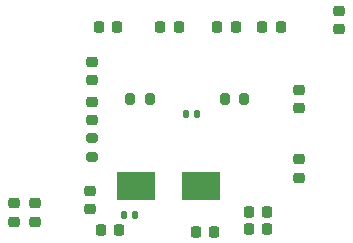
<source format=gbr>
%TF.GenerationSoftware,KiCad,Pcbnew,(5.99.0-10369-gb59bf064b4)*%
%TF.CreationDate,2021-07-27T07:29:01+02:00*%
%TF.ProjectId,stm32h7,73746d33-3268-4372-9e6b-696361645f70,rev?*%
%TF.SameCoordinates,Original*%
%TF.FileFunction,Paste,Bot*%
%TF.FilePolarity,Positive*%
%FSLAX46Y46*%
G04 Gerber Fmt 4.6, Leading zero omitted, Abs format (unit mm)*
G04 Created by KiCad (PCBNEW (5.99.0-10369-gb59bf064b4)) date 2021-07-27 07:29:01*
%MOMM*%
%LPD*%
G01*
G04 APERTURE LIST*
G04 Aperture macros list*
%AMRoundRect*
0 Rectangle with rounded corners*
0 $1 Rounding radius*
0 $2 $3 $4 $5 $6 $7 $8 $9 X,Y pos of 4 corners*
0 Add a 4 corners polygon primitive as box body*
4,1,4,$2,$3,$4,$5,$6,$7,$8,$9,$2,$3,0*
0 Add four circle primitives for the rounded corners*
1,1,$1+$1,$2,$3*
1,1,$1+$1,$4,$5*
1,1,$1+$1,$6,$7*
1,1,$1+$1,$8,$9*
0 Add four rect primitives between the rounded corners*
20,1,$1+$1,$2,$3,$4,$5,0*
20,1,$1+$1,$4,$5,$6,$7,0*
20,1,$1+$1,$6,$7,$8,$9,0*
20,1,$1+$1,$8,$9,$2,$3,0*%
G04 Aperture macros list end*
%ADD10RoundRect,0.200000X0.200000X0.275000X-0.200000X0.275000X-0.200000X-0.275000X0.200000X-0.275000X0*%
%ADD11RoundRect,0.225000X-0.225000X-0.250000X0.225000X-0.250000X0.225000X0.250000X-0.225000X0.250000X0*%
%ADD12RoundRect,0.225000X0.250000X-0.225000X0.250000X0.225000X-0.250000X0.225000X-0.250000X-0.225000X0*%
%ADD13RoundRect,0.225000X0.225000X0.250000X-0.225000X0.250000X-0.225000X-0.250000X0.225000X-0.250000X0*%
%ADD14RoundRect,0.225000X-0.250000X0.225000X-0.250000X-0.225000X0.250000X-0.225000X0.250000X0.225000X0*%
%ADD15RoundRect,0.200000X0.275000X-0.200000X0.275000X0.200000X-0.275000X0.200000X-0.275000X-0.200000X0*%
%ADD16RoundRect,0.140000X0.140000X0.170000X-0.140000X0.170000X-0.140000X-0.170000X0.140000X-0.170000X0*%
%ADD17R,3.325000X2.400000*%
%ADD18RoundRect,0.140000X-0.140000X-0.170000X0.140000X-0.170000X0.140000X0.170000X-0.140000X0.170000X0*%
G04 APERTURE END LIST*
D10*
%TO.C,R1*%
X31425000Y-32050000D03*
X29775000Y-32050000D03*
%TD*%
%TO.C,R2*%
X39425000Y-32050000D03*
X37775000Y-32050000D03*
%TD*%
D11*
%TO.C,C10*%
X40975000Y-25950000D03*
X42525000Y-25950000D03*
%TD*%
D12*
%TO.C,C12*%
X19950000Y-42450000D03*
X19950000Y-40900000D03*
%TD*%
D13*
%TO.C,C16*%
X36875000Y-43300000D03*
X35325000Y-43300000D03*
%TD*%
%TO.C,C17*%
X41375000Y-41600000D03*
X39825000Y-41600000D03*
%TD*%
D11*
%TO.C,C7*%
X27125000Y-25950000D03*
X28675000Y-25950000D03*
%TD*%
D14*
%TO.C,C18*%
X44050000Y-31325000D03*
X44050000Y-32875000D03*
%TD*%
%TO.C,C1*%
X47500000Y-24625000D03*
X47500000Y-26175000D03*
%TD*%
D15*
%TO.C,R3*%
X26550000Y-37025000D03*
X26550000Y-35375000D03*
%TD*%
D16*
%TO.C,C4*%
X35480000Y-33350000D03*
X34520000Y-33350000D03*
%TD*%
D11*
%TO.C,C14*%
X27275000Y-43200000D03*
X28825000Y-43200000D03*
%TD*%
%TO.C,C3*%
X37175000Y-26000000D03*
X38725000Y-26000000D03*
%TD*%
D17*
%TO.C,Y1*%
X35762500Y-39450000D03*
X30237500Y-39450000D03*
%TD*%
D18*
%TO.C,C2*%
X29270000Y-41900000D03*
X30230000Y-41900000D03*
%TD*%
D12*
%TO.C,C13*%
X21750000Y-42450000D03*
X21750000Y-40900000D03*
%TD*%
D14*
%TO.C,C15*%
X44050000Y-37175000D03*
X44050000Y-38725000D03*
%TD*%
D11*
%TO.C,C9*%
X32325000Y-26000000D03*
X33875000Y-26000000D03*
%TD*%
D14*
%TO.C,C6*%
X26400000Y-39825000D03*
X26400000Y-41375000D03*
%TD*%
D12*
%TO.C,C5*%
X26550000Y-33875000D03*
X26550000Y-32325000D03*
%TD*%
D11*
%TO.C,C8*%
X39825000Y-43100000D03*
X41375000Y-43100000D03*
%TD*%
D14*
%TO.C,C11*%
X26550000Y-28925000D03*
X26550000Y-30475000D03*
%TD*%
M02*

</source>
